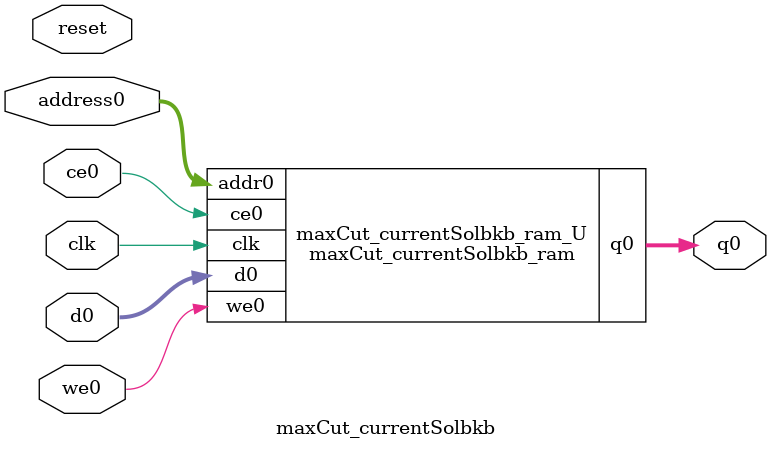
<source format=v>
`timescale 1 ns / 1 ps
module maxCut_currentSolbkb_ram (addr0, ce0, d0, we0, q0,  clk);

parameter DWIDTH = 32;
parameter AWIDTH = 3;
parameter MEM_SIZE = 6;

input[AWIDTH-1:0] addr0;
input ce0;
input[DWIDTH-1:0] d0;
input we0;
output reg[DWIDTH-1:0] q0;
input clk;

(* ram_style = "distributed" *)reg [DWIDTH-1:0] ram[0:MEM_SIZE-1];




always @(posedge clk)  
begin 
    if (ce0) 
    begin
        if (we0) 
        begin 
            ram[addr0] <= d0; 
        end 
        q0 <= ram[addr0];
    end
end


endmodule

`timescale 1 ns / 1 ps
module maxCut_currentSolbkb(
    reset,
    clk,
    address0,
    ce0,
    we0,
    d0,
    q0);

parameter DataWidth = 32'd32;
parameter AddressRange = 32'd6;
parameter AddressWidth = 32'd3;
input reset;
input clk;
input[AddressWidth - 1:0] address0;
input ce0;
input we0;
input[DataWidth - 1:0] d0;
output[DataWidth - 1:0] q0;



maxCut_currentSolbkb_ram maxCut_currentSolbkb_ram_U(
    .clk( clk ),
    .addr0( address0 ),
    .ce0( ce0 ),
    .we0( we0 ),
    .d0( d0 ),
    .q0( q0 ));

endmodule


</source>
